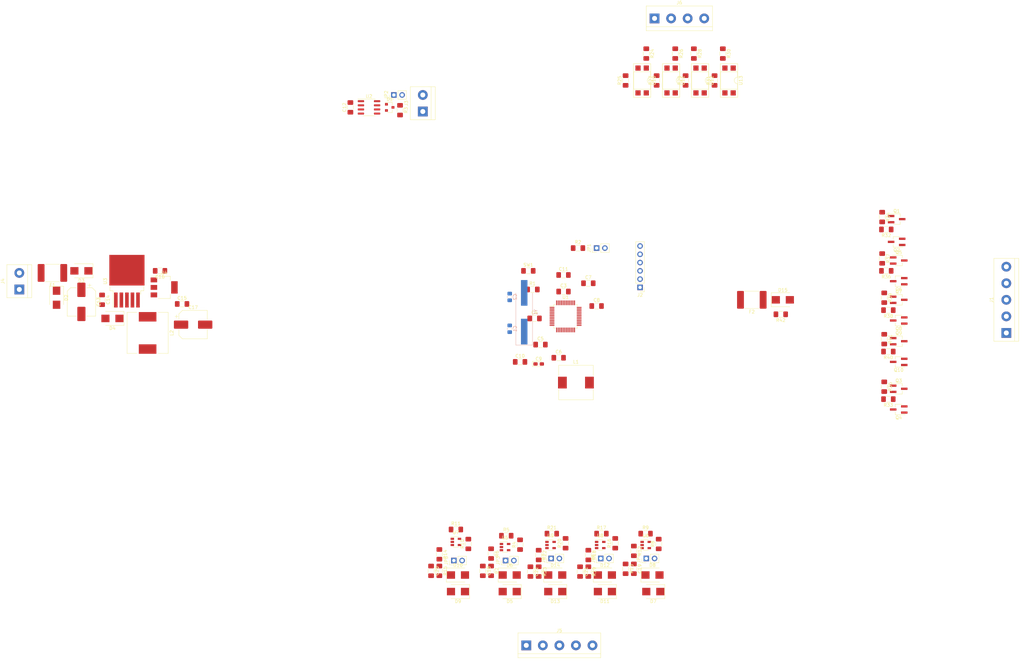
<source format=kicad_pcb>
(kicad_pcb (version 20171130) (host pcbnew "(5.1.6)-1")
  (layers (0 F.Cu signal) (31 B.Cu signal) (34 B.Paste user) (35 F.Paste user) (36 B.SilkS user) (37 F.SilkS user) (38 B.Mask user) (39 F.Mask user) (44 Edge.Cuts user))
  (net 0 "")
  (net 1 GND)
  (net 2 "Net-(C1-Pad1)")
  (net 3 "Net-(C2-Pad2)")
  (net 4 NRST)
  (net 5 "Net-(C4-Pad1)")
  (net 6 +3V3)
  (net 7 +5V)
  (net 8 "Net-(C13-Pad1)")
  (net 9 ADC_3)
  (net 10 ADC_0)
  (net 11 ADC_4)
  (net 12 ADC_1)
  (net 13 ADC_2)
  (net 14 "Net-(D2-Pad1)")
  (net 15 "Net-(D4-Pad1)")
  (net 16 ADC_IN3)
  (net 17 ADC_IN0)
  (net 18 ADC_IN4)
  (net 19 ADC_IN1)
  (net 20 ADC_IN2)
  (net 21 +BATT)
  (net 22 OUT_4)
  (net 23 OUT_3)
  (net 24 OUT_2)
  (net 25 OUT_1)
  (net 26 OUT_0)
  (net 27 SWO)
  (net 28 SWDIO)
  (net 29 SWDCLK)
  (net 30 CAN_L)
  (net 31 CAN_H)
  (net 32 zwora)
  (net 33 "Net-(JP2-Pad2)")
  (net 34 "Net-(JP3-Pad2)")
  (net 35 "Net-(JP4-Pad2)")
  (net 36 "Net-(JP5-Pad2)")
  (net 37 "Net-(JP6-Pad2)")
  (net 38 "Net-(JP7-Pad2)")
  (net 39 "Net-(Q1-Pad2)")
  (net 40 "Net-(Q1-Pad1)")
  (net 41 "Net-(Q3-Pad2)")
  (net 42 "Net-(Q3-Pad1)")
  (net 43 "Net-(Q5-Pad2)")
  (net 44 "Net-(Q5-Pad1)")
  (net 45 "Net-(Q7-Pad2)")
  (net 46 "Net-(Q7-Pad1)")
  (net 47 "Net-(Q10-Pad2)")
  (net 48 "Net-(Q9-Pad1)")
  (net 49 "Net-(R1-Pad1)")
  (net 50 "Net-(R5-Pad2)")
  (net 51 "Net-(R5-Pad1)")
  (net 52 "Net-(R9-Pad2)")
  (net 53 "Net-(R12-Pad1)")
  (net 54 "Net-(R11-Pad2)")
  (net 55 "Net-(R11-Pad1)")
  (net 56 "Net-(R17-Pad2)")
  (net 57 "Net-(R17-Pad1)")
  (net 58 "Net-(R21-Pad2)")
  (net 59 "Net-(R21-Pad1)")
  (net 60 "Net-(R24-Pad2)")
  (net 61 IN_0)
  (net 62 INPUT_0)
  (net 63 "Net-(R26-Pad2)")
  (net 64 IN_1)
  (net 65 INPUT_1)
  (net 66 "Net-(R28-Pad2)")
  (net 67 IN_2)
  (net 68 INPUT_2)
  (net 69 "Net-(R30-Pad2)")
  (net 70 IN_3)
  (net 71 INPUT_3)
  (net 72 OUTPUT_0)
  (net 73 OUTPUT_4)
  (net 74 OUTPUT_1)
  (net 75 OUTPUT_2)
  (net 76 OUTPUT_3)
  (net 77 "Net-(U1-Pad46)")
  (net 78 "Net-(U1-Pad45)")
  (net 79 "Net-(U1-Pad43)")
  (net 80 "Net-(U1-Pad42)")
  (net 81 "Net-(U1-Pad41)")
  (net 82 "Net-(U1-Pad38)")
  (net 83 CAN_TX)
  (net 84 CAN_RX)
  (net 85 "Net-(U1-Pad27)")
  (net 86 "Net-(U1-Pad26)")
  (net 87 "Net-(U1-Pad25)")
  (net 88 "Net-(U1-Pad22)")
  (net 89 "Net-(U1-Pad21)")
  (net 90 "Net-(U1-Pad15)")
  (net 91 "Net-(U1-Pad4)")
  (net 92 "Net-(U1-Pad3)")
  (net 93 "Net-(U1-Pad2)")
  (net 94 "Net-(D15-Pad1)")
  (net 95 +5VD)
  (module Resistor_SMD:R_1206_3216Metric_Pad1.42x1.75mm_HandSolder (layer F.Cu) (at 177.8 83.82 180)
    (fp_text reference R42 (at 0 -1.82) (layer F.SilkS))
    (fp_text value R)
    (pad 2 smd roundrect (at 1.4875 0 180) (size 1.425 1.75) (layers F.Cu F.Paste F.Mask) (roundrect_rratio 0.175439) (net 94 "Net-(D15-Pad1)"))
    (pad 1 smd roundrect (at -1.4875 0 180) (size 1.425 1.75) (layers F.Cu F.Paste F.Mask) (roundrect_rratio 0.175439) (net 95 +5VD))
  )
  (module Fuse:Fuse_2920_7451Metric_Pad2.10x5.45mm_HandSolder (layer F.Cu) (at 168.91 79.375 180)
    (fp_text reference F2 (at 0 -3.68) (layer F.SilkS))
    (fp_text value Fuse)
    (pad 2 smd roundrect (at 3.475 0 180) (size 2.1 5.45) (layers F.Cu F.Paste F.Mask) (roundrect_rratio 0.119048) (net 7 +5V))
    (pad 1 smd roundrect (at -3.475 0 180) (size 2.1 5.45) (layers F.Cu F.Paste F.Mask) (roundrect_rratio 0.119048) (net 94 "Net-(D15-Pad1)"))
  )
  (module Diode_SMD:D_SMB (layer F.Cu) (at 178.435 79.375)
    (fp_text reference D15 (at 0 -3) (layer F.SilkS))
    (fp_text value SM6T6V8A)
    (pad 2 smd rect (at 2.15 0) (size 2.5 2.3) (layers F.Cu F.Paste F.Mask) (net 1 GND))
    (pad 1 smd rect (at -2.15 0) (size 2.5 2.3) (layers F.Cu F.Paste F.Mask) (net 94 "Net-(D15-Pad1)"))
  )
  (module TerminalBlock:TerminalBlock_bornier-4_P5.08mm (layer F.Cu) (at 139.065 -6.985)
    (fp_text reference J6 (at 7.6 -4.8) (layer F.SilkS))
    (fp_text value Screw_Terminal_01x04)
    (pad 4 thru_hole circle (at 15.24 0) (size 3 3) (drill 1.52) (layers *.Cu *.Mask) (net 70 IN_3))
    (pad 1 thru_hole rect (at 0 0) (size 3 3) (drill 1.52) (layers *.Cu *.Mask) (net 61 IN_0))
    (pad 3 thru_hole circle (at 10.16 0) (size 3 3) (drill 1.52) (layers *.Cu *.Mask) (net 67 IN_2))
    (pad 2 thru_hole circle (at 5.08 0) (size 3 3) (drill 1.52) (layers *.Cu *.Mask) (net 64 IN_1))
  )
  (module Fuse:Fuse_2920_7451Metric_Pad2.10x5.45mm_HandSolder (layer F.Cu) (at -45.72 71.12 180)
    (fp_text reference F1 (at 0 -3.68) (layer F.SilkS))
    (fp_text value F)
    (pad 2 smd roundrect (at 3.475 0 180) (size 2.1 5.45) (layers F.Cu F.Paste F.Mask) (roundrect_rratio 0.119048) (net 21 +BATT))
    (pad 1 smd roundrect (at -3.475 0 180) (size 2.1 5.45) (layers F.Cu F.Paste F.Mask) (roundrect_rratio 0.119048) (net 14 "Net-(D2-Pad1)"))
  )
  (module TerminalBlock:TerminalBlock_bornier-5_P5.08mm (layer F.Cu) (at 99.695 185.42)
    (fp_text reference J5 (at 10.15 -4.55) (layer F.SilkS))
    (fp_text value Screw_Terminal_01x05)
    (pad 5 thru_hole circle (at 20.32 0) (size 3 3) (drill 1.52) (layers *.Cu *.Mask) (net 17 ADC_IN0))
    (pad 4 thru_hole circle (at 15.24 0) (size 3 3) (drill 1.52) (layers *.Cu *.Mask) (net 19 ADC_IN1))
    (pad 1 thru_hole rect (at 0 0) (size 3 3) (drill 1.52) (layers *.Cu *.Mask) (net 18 ADC_IN4))
    (pad 3 thru_hole circle (at 10.16 0) (size 3 3) (drill 1.52) (layers *.Cu *.Mask) (net 20 ADC_IN2))
    (pad 2 thru_hole circle (at 5.08 0) (size 3 3) (drill 1.52) (layers *.Cu *.Mask) (net 16 ADC_IN3))
  )
  (module TerminalBlock:TerminalBlock_bornier-2_P5.08mm (layer F.Cu) (at -55.88 76.2 90)
    (fp_text reference J4 (at 2.54 -5.08 90) (layer F.SilkS))
    (fp_text value Screw_Terminal_01x02)
    (pad 2 thru_hole circle (at 5.08 0 90) (size 3 3) (drill 1.52) (layers *.Cu *.Mask) (net 21 +BATT))
    (pad 1 thru_hole rect (at 0 0 90) (size 3 3) (drill 1.52) (layers *.Cu *.Mask) (net 1 GND))
  )
  (module TerminalBlock:TerminalBlock_bornier-2_P5.08mm (layer F.Cu) (at 67.945 21.59 90)
    (fp_text reference J3 (at 2.54 -5.08 90) (layer F.SilkS))
    (fp_text value Screw_Terminal_01x02)
    (pad 2 thru_hole circle (at 5.08 0 90) (size 3 3) (drill 1.52) (layers *.Cu *.Mask) (net 31 CAN_H))
    (pad 1 thru_hole rect (at 0 0 90) (size 3 3) (drill 1.52) (layers *.Cu *.Mask) (net 30 CAN_L))
  )
  (module Connector_PinHeader_2.54mm:PinHeader_1x06_P2.54mm_Vertical (layer F.Cu) (at 134.62 75.565 180)
    (fp_text reference J2 (at 0 -2.33) (layer F.SilkS))
    (fp_text value Conn_01x06_Male)
    (pad 6 thru_hole oval (at 0 12.7 180) (size 1.7 1.7) (drill 1) (layers *.Cu *.Mask) (net 27 SWO))
    (pad 5 thru_hole oval (at 0 10.16 180) (size 1.7 1.7) (drill 1) (layers *.Cu *.Mask) (net 4 NRST))
    (pad 4 thru_hole oval (at 0 7.62 180) (size 1.7 1.7) (drill 1) (layers *.Cu *.Mask) (net 28 SWDIO))
    (pad 3 thru_hole oval (at 0 5.08 180) (size 1.7 1.7) (drill 1) (layers *.Cu *.Mask) (net 1 GND))
    (pad 2 thru_hole oval (at 0 2.54 180) (size 1.7 1.7) (drill 1) (layers *.Cu *.Mask) (net 29 SWDCLK))
    (pad 1 thru_hole rect (at 0 0 180) (size 1.7 1.7) (drill 1) (layers *.Cu *.Mask) (net 6 +3V3))
  )
  (module TerminalBlock:TerminalBlock_bornier-5_P5.08mm (layer F.Cu) (at 247.015 89.535 90)
    (fp_text reference J1 (at 10.15 -4.55 90) (layer F.SilkS))
    (fp_text value Screw_Terminal_01x05)
    (pad 5 thru_hole circle (at 20.32 0 90) (size 3 3) (drill 1.52) (layers *.Cu *.Mask) (net 26 OUT_0))
    (pad 4 thru_hole circle (at 15.24 0 90) (size 3 3) (drill 1.52) (layers *.Cu *.Mask) (net 25 OUT_1))
    (pad 1 thru_hole rect (at 0 0 90) (size 3 3) (drill 1.52) (layers *.Cu *.Mask) (net 22 OUT_4))
    (pad 3 thru_hole circle (at 10.16 0 90) (size 3 3) (drill 1.52) (layers *.Cu *.Mask) (net 24 OUT_2))
    (pad 2 thru_hole circle (at 5.08 0 90) (size 3 3) (drill 1.52) (layers *.Cu *.Mask) (net 23 OUT_3))
  )
  (module Package_DIP:DIP-4_W7.62mm_SMDSocket_SmallPads (layer F.Cu) (at 161.925 12.065 270)
    (fp_text reference U13 (at 0 -3.6 90) (layer F.SilkS))
    (fp_text value EL817)
    (pad 4 smd rect (at 3.81 -1.27 270) (size 1.6 1.6) (layers F.Cu F.Paste F.Mask) (net 6 +3V3))
    (pad 2 smd rect (at -3.81 1.27 270) (size 1.6 1.6) (layers F.Cu F.Paste F.Mask) (net 1 GND))
    (pad 3 smd rect (at 3.81 1.27 270) (size 1.6 1.6) (layers F.Cu F.Paste F.Mask) (net 71 INPUT_3))
    (pad 1 smd rect (at -3.81 -1.27 270) (size 1.6 1.6) (layers F.Cu F.Paste F.Mask) (net 69 "Net-(R30-Pad2)"))
  )
  (module Package_DIP:DIP-4_W7.62mm_SMDSocket_SmallPads (layer F.Cu) (at 153.035 12.065 270)
    (fp_text reference U12 (at 0 -3.6 90) (layer F.SilkS))
    (fp_text value EL817)
    (pad 4 smd rect (at 3.81 -1.27 270) (size 1.6 1.6) (layers F.Cu F.Paste F.Mask) (net 6 +3V3))
    (pad 2 smd rect (at -3.81 1.27 270) (size 1.6 1.6) (layers F.Cu F.Paste F.Mask) (net 1 GND))
    (pad 3 smd rect (at 3.81 1.27 270) (size 1.6 1.6) (layers F.Cu F.Paste F.Mask) (net 68 INPUT_2))
    (pad 1 smd rect (at -3.81 -1.27 270) (size 1.6 1.6) (layers F.Cu F.Paste F.Mask) (net 66 "Net-(R28-Pad2)"))
  )
  (module Package_DIP:DIP-4_W7.62mm_SMDSocket_SmallPads (layer F.Cu) (at 144.145 12.065 270)
    (fp_text reference U11 (at 0 -3.6 90) (layer F.SilkS))
    (fp_text value EL817)
    (pad 4 smd rect (at 3.81 -1.27 270) (size 1.6 1.6) (layers F.Cu F.Paste F.Mask) (net 6 +3V3))
    (pad 2 smd rect (at -3.81 1.27 270) (size 1.6 1.6) (layers F.Cu F.Paste F.Mask) (net 1 GND))
    (pad 3 smd rect (at 3.81 1.27 270) (size 1.6 1.6) (layers F.Cu F.Paste F.Mask) (net 65 INPUT_1))
    (pad 1 smd rect (at -3.81 -1.27 270) (size 1.6 1.6) (layers F.Cu F.Paste F.Mask) (net 63 "Net-(R26-Pad2)"))
  )
  (module Package_DIP:DIP-4_W7.62mm_SMDSocket_SmallPads (layer F.Cu) (at 135.255 12.065 270)
    (fp_text reference U10 (at 0 -3.6 90) (layer F.SilkS))
    (fp_text value EL817)
    (pad 4 smd rect (at 3.81 -1.27 270) (size 1.6 1.6) (layers F.Cu F.Paste F.Mask) (net 6 +3V3))
    (pad 2 smd rect (at -3.81 1.27 270) (size 1.6 1.6) (layers F.Cu F.Paste F.Mask) (net 1 GND))
    (pad 3 smd rect (at 3.81 1.27 270) (size 1.6 1.6) (layers F.Cu F.Paste F.Mask) (net 62 INPUT_0))
    (pad 1 smd rect (at -3.81 -1.27 270) (size 1.6 1.6) (layers F.Cu F.Paste F.Mask) (net 60 "Net-(R24-Pad2)"))
  )
  (module Connector_PinHeader_2.54mm:PinHeader_1x02_P2.54mm_Vertical (layer F.Cu) (at 107.315 158.75 90)
    (fp_text reference JP7 (at 0 -2.33 90) (layer F.SilkS))
    (fp_text value Jumper_2_Bridged)
    (pad 2 thru_hole oval (at 0 2.54 90) (size 1.7 1.7) (drill 1) (layers *.Cu *.Mask) (net 38 "Net-(JP7-Pad2)"))
    (pad 1 thru_hole rect (at 0 0 90) (size 1.7 1.7) (drill 1) (layers *.Cu *.Mask) (net 20 ADC_IN2))
  )
  (module Connector_PinHeader_2.54mm:PinHeader_1x02_P2.54mm_Vertical (layer F.Cu) (at 122.555 158.75 90)
    (fp_text reference JP6 (at 0 -2.33 90) (layer F.SilkS))
    (fp_text value Jumper_2_Bridged)
    (pad 2 thru_hole oval (at 0 2.54 90) (size 1.7 1.7) (drill 1) (layers *.Cu *.Mask) (net 37 "Net-(JP6-Pad2)"))
    (pad 1 thru_hole rect (at 0 0 90) (size 1.7 1.7) (drill 1) (layers *.Cu *.Mask) (net 19 ADC_IN1))
  )
  (module Connector_PinHeader_2.54mm:PinHeader_1x02_P2.54mm_Vertical (layer F.Cu) (at 77.47 159.385 90)
    (fp_text reference JP5 (at 0 -2.33 90) (layer F.SilkS))
    (fp_text value Jumper_2_Bridged)
    (pad 2 thru_hole oval (at 0 2.54 90) (size 1.7 1.7) (drill 1) (layers *.Cu *.Mask) (net 36 "Net-(JP5-Pad2)"))
    (pad 1 thru_hole rect (at 0 0 90) (size 1.7 1.7) (drill 1) (layers *.Cu *.Mask) (net 18 ADC_IN4))
  )
  (module Connector_PinHeader_2.54mm:PinHeader_1x02_P2.54mm_Vertical (layer F.Cu) (at 136.525 158.75 90)
    (fp_text reference JP4 (at 0 -2.33 90) (layer F.SilkS))
    (fp_text value Jumper_2_Bridged)
    (pad 2 thru_hole oval (at 0 2.54 90) (size 1.7 1.7) (drill 1) (layers *.Cu *.Mask) (net 35 "Net-(JP4-Pad2)"))
    (pad 1 thru_hole rect (at 0 0 90) (size 1.7 1.7) (drill 1) (layers *.Cu *.Mask) (net 17 ADC_IN0))
  )
  (module Connector_PinHeader_2.54mm:PinHeader_1x02_P2.54mm_Vertical (layer F.Cu) (at 93.345 159.385 90)
    (fp_text reference JP3 (at 0 -2.33 90) (layer F.SilkS))
    (fp_text value Jumper_2_Bridged)
    (pad 2 thru_hole oval (at 0 2.54 90) (size 1.7 1.7) (drill 1) (layers *.Cu *.Mask) (net 34 "Net-(JP3-Pad2)"))
    (pad 1 thru_hole rect (at 0 0 90) (size 1.7 1.7) (drill 1) (layers *.Cu *.Mask) (net 16 ADC_IN3))
  )
  (module Connector_PinHeader_2.54mm:PinHeader_1x02_P2.54mm_Vertical (layer F.Cu) (at 59.055 16.51 90)
    (fp_text reference JP2 (at 0 -2.33 90) (layer F.SilkS))
    (fp_text value Jumper_2_Bridged)
    (pad 2 thru_hole oval (at 0 2.54 90) (size 1.7 1.7) (drill 1) (layers *.Cu *.Mask) (net 33 "Net-(JP2-Pad2)"))
    (pad 1 thru_hole rect (at 0 0 90) (size 1.7 1.7) (drill 1) (layers *.Cu *.Mask) (net 31 CAN_H))
  )
  (module Connector_PinHeader_2.54mm:PinHeader_1x02_P2.54mm_Vertical (layer F.Cu) (at 121.285 63.5 90)
    (fp_text reference JP1 (at 0 -2.33 90) (layer F.SilkS))
    (fp_text value Jumper_2_Bridged)
    (pad 2 thru_hole oval (at 0 2.54 90) (size 1.7 1.7) (drill 1) (layers *.Cu *.Mask) (net 1 GND))
    (pad 1 thru_hole rect (at 0 0 90) (size 1.7 1.7) (drill 1) (layers *.Cu *.Mask) (net 32 zwora))
  )
  (module Package_TO_SOT_SMD:SOT-23 (layer F.Cu) (at 57.785 20.32)
    (fp_text reference D1 (at 0 -2.5) (layer F.SilkS))
    (fp_text value PESD2CAN,215)
    (pad 3 smd rect (at 1 0) (size 0.9 0.8) (layers F.Cu F.Paste F.Mask) (net 1 GND))
    (pad 2 smd rect (at -1 0.95) (size 0.9 0.8) (layers F.Cu F.Paste F.Mask) (net 30 CAN_L))
    (pad 1 smd rect (at -1 -0.95) (size 0.9 0.8) (layers F.Cu F.Paste F.Mask) (net 31 CAN_H))
  )
  (module Crystal:Crystal_SMD_HC49-SD_HandSoldering (layer B.Cu) (at 99.06 83.185 90)
    (fp_text reference Y1 (at 0 3.55 270) (layer B.SilkS) (effects (justify mirror)))
    (fp_text value 16MHz)
    (pad 2 smd rect (at 5.9375 0 90) (size 7.875 2) (layers B.Cu B.Paste B.Mask) (net 3 "Net-(C2-Pad2)"))
    (pad 1 smd rect (at -5.9375 0 90) (size 7.875 2) (layers B.Cu B.Paste B.Mask) (net 2 "Net-(C1-Pad1)"))
  )
  (module Package_TO_SOT_SMD:SOT-23-5 (layer F.Cu) (at 107.145 154.62)
    (fp_text reference U9 (at 0 -2.9) (layer F.SilkS))
    (fp_text value MCP6001R)
    (pad 5 smd rect (at 1.1 -0.95) (size 1.06 0.65) (layers F.Cu F.Paste F.Mask) (net 1 GND))
    (pad 4 smd rect (at 1.1 0.95) (size 1.06 0.65) (layers F.Cu F.Paste F.Mask) (net 58 "Net-(R21-Pad2)"))
    (pad 3 smd rect (at -1.1 0.95) (size 1.06 0.65) (layers F.Cu F.Paste F.Mask) (net 20 ADC_IN2))
    (pad 2 smd rect (at -1.1 0) (size 1.06 0.65) (layers F.Cu F.Paste F.Mask) (net 7 +5V))
    (pad 1 smd rect (at -1.1 -0.95) (size 1.06 0.65) (layers F.Cu F.Paste F.Mask) (net 59 "Net-(R21-Pad1)"))
  )
  (module Package_TO_SOT_SMD:SOT-23-5 (layer F.Cu) (at 122.385 154.62)
    (fp_text reference U8 (at 0 -2.9) (layer F.SilkS))
    (fp_text value MCP6001R)
    (pad 5 smd rect (at 1.1 -0.95) (size 1.06 0.65) (layers F.Cu F.Paste F.Mask) (net 1 GND))
    (pad 4 smd rect (at 1.1 0.95) (size 1.06 0.65) (layers F.Cu F.Paste F.Mask) (net 56 "Net-(R17-Pad2)"))
    (pad 3 smd rect (at -1.1 0.95) (size 1.06 0.65) (layers F.Cu F.Paste F.Mask) (net 19 ADC_IN1))
    (pad 2 smd rect (at -1.1 0) (size 1.06 0.65) (layers F.Cu F.Paste F.Mask) (net 7 +5V))
    (pad 1 smd rect (at -1.1 -0.95) (size 1.06 0.65) (layers F.Cu F.Paste F.Mask) (net 57 "Net-(R17-Pad1)"))
  )
  (module Package_TO_SOT_SMD:SOT-23-5 (layer F.Cu) (at 78.105 153.67)
    (fp_text reference U7 (at 0 -2.9) (layer F.SilkS))
    (fp_text value MCP6001R)
    (pad 5 smd rect (at 1.1 -0.95) (size 1.06 0.65) (layers F.Cu F.Paste F.Mask) (net 1 GND))
    (pad 4 smd rect (at 1.1 0.95) (size 1.06 0.65) (layers F.Cu F.Paste F.Mask) (net 54 "Net-(R11-Pad2)"))
    (pad 3 smd rect (at -1.1 0.95) (size 1.06 0.65) (layers F.Cu F.Paste F.Mask) (net 18 ADC_IN4))
    (pad 2 smd rect (at -1.1 0) (size 1.06 0.65) (layers F.Cu F.Paste F.Mask) (net 7 +5V))
    (pad 1 smd rect (at -1.1 -0.95) (size 1.06 0.65) (layers F.Cu F.Paste F.Mask) (net 55 "Net-(R11-Pad1)"))
  )
  (module Package_TO_SOT_SMD:SOT-23-5 (layer F.Cu) (at 136.355 154.625)
    (fp_text reference U6 (at 0 -2.9) (layer F.SilkS))
    (fp_text value MCP6001R)
    (pad 5 smd rect (at 1.1 -0.95) (size 1.06 0.65) (layers F.Cu F.Paste F.Mask) (net 1 GND))
    (pad 4 smd rect (at 1.1 0.95) (size 1.06 0.65) (layers F.Cu F.Paste F.Mask) (net 52 "Net-(R9-Pad2)"))
    (pad 3 smd rect (at -1.1 0.95) (size 1.06 0.65) (layers F.Cu F.Paste F.Mask) (net 17 ADC_IN0))
    (pad 2 smd rect (at -1.1 0) (size 1.06 0.65) (layers F.Cu F.Paste F.Mask) (net 7 +5V))
    (pad 1 smd rect (at -1.1 -0.95) (size 1.06 0.65) (layers F.Cu F.Paste F.Mask) (net 53 "Net-(R12-Pad1)"))
  )
  (module Package_TO_SOT_SMD:SOT-23-5 (layer F.Cu) (at 93.175 155.255)
    (fp_text reference U5 (at 0 -2.9) (layer F.SilkS))
    (fp_text value MCP6001R)
    (pad 5 smd rect (at 1.1 -0.95) (size 1.06 0.65) (layers F.Cu F.Paste F.Mask) (net 1 GND))
    (pad 4 smd rect (at 1.1 0.95) (size 1.06 0.65) (layers F.Cu F.Paste F.Mask) (net 50 "Net-(R5-Pad2)"))
    (pad 3 smd rect (at -1.1 0.95) (size 1.06 0.65) (layers F.Cu F.Paste F.Mask) (net 16 ADC_IN3))
    (pad 2 smd rect (at -1.1 0) (size 1.06 0.65) (layers F.Cu F.Paste F.Mask) (net 7 +5V))
    (pad 1 smd rect (at -1.1 -0.95) (size 1.06 0.65) (layers F.Cu F.Paste F.Mask) (net 51 "Net-(R5-Pad1)"))
  )
  (module Package_TO_SOT_SMD:SOT-223-3_TabPin2 (layer F.Cu) (at -11.43 75.565)
    (fp_text reference U4 (at 0 -4.5) (layer F.SilkS))
    (fp_text value LD1117S33TR_SOT223)
    (pad 1 smd rect (at -3.15 -2.3) (size 2 1.5) (layers F.Cu F.Paste F.Mask) (net 1 GND))
    (pad 3 smd rect (at -3.15 2.3) (size 2 1.5) (layers F.Cu F.Paste F.Mask) (net 7 +5V))
    (pad 2 smd rect (at -3.15 0) (size 2 1.5) (layers F.Cu F.Paste F.Mask) (net 6 +3V3))
    (pad 2 smd rect (at 3.15 0) (size 2 3.8) (layers F.Cu F.Paste F.Mask) (net 6 +3V3))
  )
  (module Package_TO_SOT_SMD:TO-263-5_TabPin3 (layer F.Cu) (at -22.86 73.66 90)
    (fp_text reference U3 (at 0 -6.65 90) (layer F.SilkS))
    (fp_text value LM2596S-5)
    (pad 3 smd rect (at 3.375 0 90) (size 9.4 10.8) (layers F.Cu F.Mask) (net 1 GND))
    (pad 5 smd rect (at -5.775 3.4 90) (size 4.6 1.1) (layers F.Cu F.Paste F.Mask) (net 1 GND))
    (pad 4 smd rect (at -5.775 1.7 90) (size 4.6 1.1) (layers F.Cu F.Paste F.Mask) (net 7 +5V))
    (pad 3 smd rect (at -5.775 0 90) (size 4.6 1.1) (layers F.Cu F.Paste F.Mask) (net 1 GND))
    (pad 2 smd rect (at -5.775 -1.7 90) (size 4.6 1.1) (layers F.Cu F.Paste F.Mask) (net 15 "Net-(D4-Pad1)"))
    (pad 1 smd rect (at -5.775 -3.4 90) (size 4.6 1.1) (layers F.Cu F.Paste F.Mask) (net 8 "Net-(C13-Pad1)"))
  )
  (module Package_SO:SOIC-8_3.9x4.9mm_P1.27mm (layer F.Cu) (at 51.435 20.32)
    (fp_text reference U2 (at 0 -3.4) (layer F.SilkS))
    (fp_text value MCP2562-H-SN)
    (pad 8 smd roundrect (at 2.475 -1.905) (size 1.95 0.6) (layers F.Cu F.Paste F.Mask) (net 1 GND))
    (pad 7 smd roundrect (at 2.475 -0.635) (size 1.95 0.6) (layers F.Cu F.Paste F.Mask) (net 31 CAN_H))
    (pad 6 smd roundrect (at 2.475 0.635) (size 1.95 0.6) (layers F.Cu F.Paste F.Mask) (net 30 CAN_L))
    (pad 5 smd roundrect (at 2.475 1.905) (size 1.95 0.6) (layers F.Cu F.Paste F.Mask) (net 6 +3V3))
    (pad 4 smd roundrect (at -2.475 1.905) (size 1.95 0.6) (layers F.Cu F.Paste F.Mask) (net 84 CAN_RX))
    (pad 3 smd roundrect (at -2.475 0.635) (size 1.95 0.6) (layers F.Cu F.Paste F.Mask) (net 7 +5V))
    (pad 2 smd roundrect (at -2.475 -0.635) (size 1.95 0.6) (layers F.Cu F.Paste F.Mask) (net 1 GND))
    (pad 1 smd roundrect (at -2.475 -1.905) (size 1.95 0.6) (layers F.Cu F.Paste F.Mask) (net 83 CAN_TX))
  )
  (module Package_QFP:LQFP-48_7x7mm_P0.5mm (layer F.Cu) (at 111.76 84.455)
    (fp_text reference U1 (at 0 -5.85) (layer F.SilkS))
    (fp_text value STM32F103C8Tx)
    (pad 48 smd roundrect (at -2.75 -4.1625) (size 0.3 1.475) (layers F.Cu F.Paste F.Mask) (net 6 +3V3))
    (pad 47 smd roundrect (at -2.25 -4.1625) (size 0.3 1.475) (layers F.Cu F.Paste F.Mask) (net 1 GND))
    (pad 46 smd roundrect (at -1.75 -4.1625) (size 0.3 1.475) (layers F.Cu F.Paste F.Mask) (net 77 "Net-(U1-Pad46)"))
    (pad 45 smd roundrect (at -1.25 -4.1625) (size 0.3 1.475) (layers F.Cu F.Paste F.Mask) (net 78 "Net-(U1-Pad45)"))
    (pad 44 smd roundrect (at -0.75 -4.1625) (size 0.3 1.475) (layers F.Cu F.Paste F.Mask) (net 49 "Net-(R1-Pad1)"))
    (pad 43 smd roundrect (at -0.25 -4.1625) (size 0.3 1.475) (layers F.Cu F.Paste F.Mask) (net 79 "Net-(U1-Pad43)"))
    (pad 42 smd roundrect (at 0.25 -4.1625) (size 0.3 1.475) (layers F.Cu F.Paste F.Mask) (net 80 "Net-(U1-Pad42)"))
    (pad 41 smd roundrect (at 0.75 -4.1625) (size 0.3 1.475) (layers F.Cu F.Paste F.Mask) (net 81 "Net-(U1-Pad41)"))
    (pad 40 smd roundrect (at 1.25 -4.1625) (size 0.3 1.475) (layers F.Cu F.Paste F.Mask) (net 71 INPUT_3))
    (pad 39 smd roundrect (at 1.75 -4.1625) (size 0.3 1.475) (layers F.Cu F.Paste F.Mask) (net 27 SWO))
    (pad 38 smd roundrect (at 2.25 -4.1625) (size 0.3 1.475) (layers F.Cu F.Paste F.Mask) (net 82 "Net-(U1-Pad38)"))
    (pad 37 smd roundrect (at 2.75 -4.1625) (size 0.3 1.475) (layers F.Cu F.Paste F.Mask) (net 29 SWDCLK))
    (pad 36 smd roundrect (at 4.1625 -2.75) (size 1.475 0.3) (layers F.Cu F.Paste F.Mask) (net 6 +3V3))
    (pad 35 smd roundrect (at 4.1625 -2.25) (size 1.475 0.3) (layers F.Cu F.Paste F.Mask) (net 1 GND))
    (pad 34 smd roundrect (at 4.1625 -1.75) (size 1.475 0.3) (layers F.Cu F.Paste F.Mask) (net 28 SWDIO))
    (pad 33 smd roundrect (at 4.1625 -1.25) (size 1.475 0.3) (layers F.Cu F.Paste F.Mask) (net 83 CAN_TX))
    (pad 32 smd roundrect (at 4.1625 -0.75) (size 1.475 0.3) (layers F.Cu F.Paste F.Mask) (net 84 CAN_RX))
    (pad 31 smd roundrect (at 4.1625 -0.25) (size 1.475 0.3) (layers F.Cu F.Paste F.Mask) (net 73 OUTPUT_4))
    (pad 30 smd roundrect (at 4.1625 0.25) (size 1.475 0.3) (layers F.Cu F.Paste F.Mask) (net 76 OUTPUT_3))
    (pad 29 smd roundrect (at 4.1625 0.75) (size 1.475 0.3) (layers F.Cu F.Paste F.Mask) (net 75 OUTPUT_2))
    (pad 28 smd roundrect (at 4.1625 1.25) (size 1.475 0.3) (layers F.Cu F.Paste F.Mask) (net 32 zwora))
    (pad 27 smd roundrect (at 4.1625 1.75) (size 1.475 0.3) (layers F.Cu F.Paste F.Mask) (net 85 "Net-(U1-Pad27)"))
    (pad 26 smd roundrect (at 4.1625 2.25) (size 1.475 0.3) (layers F.Cu F.Paste F.Mask) (net 86 "Net-(U1-Pad26)"))
    (pad 25 smd roundrect (at 4.1625 2.75) (size 1.475 0.3) (layers F.Cu F.Paste F.Mask) (net 87 "Net-(U1-Pad25)"))
    (pad 24 smd roundrect (at 2.75 4.1625) (size 0.3 1.475) (layers F.Cu F.Paste F.Mask) (net 6 +3V3))
    (pad 23 smd roundrect (at 2.25 4.1625) (size 0.3 1.475) (layers F.Cu F.Paste F.Mask) (net 1 GND))
    (pad 22 smd roundrect (at 1.75 4.1625) (size 0.3 1.475) (layers F.Cu F.Paste F.Mask) (net 88 "Net-(U1-Pad22)"))
    (pad 21 smd roundrect (at 1.25 4.1625) (size 0.3 1.475) (layers F.Cu F.Paste F.Mask) (net 89 "Net-(U1-Pad21)"))
    (pad 20 smd roundrect (at 0.75 4.1625) (size 0.3 1.475) (layers F.Cu F.Paste F.Mask) (net 68 INPUT_2))
    (pad 19 smd roundrect (at 0.25 4.1625) (size 0.3 1.475) (layers F.Cu F.Paste F.Mask) (net 65 INPUT_1))
    (pad 18 smd roundrect (at -0.25 4.1625) (size 0.3 1.475) (layers F.Cu F.Paste F.Mask) (net 62 INPUT_0))
    (pad 17 smd roundrect (at -0.75 4.1625) (size 0.3 1.475) (layers F.Cu F.Paste F.Mask) (net 74 OUTPUT_1))
    (pad 16 smd roundrect (at -1.25 4.1625) (size 0.3 1.475) (layers F.Cu F.Paste F.Mask) (net 72 OUTPUT_0))
    (pad 15 smd roundrect (at -1.75 4.1625) (size 0.3 1.475) (layers F.Cu F.Paste F.Mask) (net 90 "Net-(U1-Pad15)"))
    (pad 14 smd roundrect (at -2.25 4.1625) (size 0.3 1.475) (layers F.Cu F.Paste F.Mask) (net 11 ADC_4))
    (pad 13 smd roundrect (at -2.75 4.1625) (size 0.3 1.475) (layers F.Cu F.Paste F.Mask) (net 9 ADC_3))
    (pad 12 smd roundrect (at -4.1625 2.75) (size 1.475 0.3) (layers F.Cu F.Paste F.Mask) (net 13 ADC_2))
    (pad 11 smd roundrect (at -4.1625 2.25) (size 1.475 0.3) (layers F.Cu F.Paste F.Mask) (net 12 ADC_1))
    (pad 10 smd roundrect (at -4.1625 1.75) (size 1.475 0.3) (layers F.Cu F.Paste F.Mask) (net 10 ADC_0))
    (pad 9 smd roundrect (at -4.1625 1.25) (size 1.475 0.3) (layers F.Cu F.Paste F.Mask) (net 5 "Net-(C4-Pad1)"))
    (pad 8 smd roundrect (at -4.1625 0.75) (size 1.475 0.3) (layers F.Cu F.Paste F.Mask) (net 1 GND))
    (pad 7 smd roundrect (at -4.1625 0.25) (size 1.475 0.3) (layers F.Cu F.Paste F.Mask) (net 4 NRST))
    (pad 6 smd roundrect (at -4.1625 -0.25) (size 1.475 0.3) (layers F.Cu F.Paste F.Mask) (net 3 "Net-(C2-Pad2)"))
    (pad 5 smd roundrect (at -4.1625 -0.75) (size 1.475 0.3) (layers F.Cu F.Paste F.Mask) (net 2 "Net-(C1-Pad1)"))
    (pad 4 smd roundrect (at -4.1625 -1.25) (size 1.475 0.3) (layers F.Cu F.Paste F.Mask) (net 91 "Net-(U1-Pad4)"))
    (pad 3 smd roundrect (at -4.1625 -1.75) (size 1.475 0.3) (layers F.Cu F.Paste F.Mask) (net 92 "Net-(U1-Pad3)"))
    (pad 2 smd roundrect (at -4.1625 -2.25) (size 1.475 0.3) (layers F.Cu F.Paste F.Mask) (net 93 "Net-(U1-Pad2)"))
    (pad 1 smd roundrect (at -4.1625 -2.75) (size 1.475 0.3) (layers F.Cu F.Paste F.Mask) (net 6 +3V3))
  )
  (module Resistor_SMD:R_1206_3216Metric_Pad1.42x1.75mm_HandSolder (layer F.Cu) (at 100.33 70.485)
    (fp_text reference SW1 (at 0 -1.82) (layer F.SilkS))
    (fp_text value SW_Push)
    (pad 2 smd roundrect (at 1.4875 0) (size 1.425 1.75) (layers F.Cu F.Paste F.Mask) (roundrect_rratio 0.175439) (net 4 NRST))
    (pad 1 smd roundrect (at -1.4875 0) (size 1.425 1.75) (layers F.Cu F.Paste F.Mask) (roundrect_rratio 0.175439) (net 1 GND))
  )
  (module Resistor_SMD:R_1206_3216Metric_Pad1.42x1.75mm_HandSolder (layer F.Cu) (at 209.55 91.44 270)
    (fp_text reference R41 (at 0 -1.82 90) (layer F.SilkS))
    (fp_text value R)
    (pad 2 smd roundrect (at 1.4875 0 270) (size 1.425 1.75) (layers F.Cu F.Paste F.Mask) (roundrect_rratio 0.175439) (net 48 "Net-(Q9-Pad1)"))
    (pad 1 smd roundrect (at -1.4875 0 270) (size 1.425 1.75) (layers F.Cu F.Paste F.Mask) (roundrect_rratio 0.175439) (net 95 +5VD))
  )
  (module Resistor_SMD:R_1206_3216Metric_Pad1.42x1.75mm_HandSolder (layer F.Cu) (at 210.82 95.25 180)
    (fp_text reference R40 (at 0 -1.82) (layer F.SilkS))
    (fp_text value R)
    (pad 2 smd roundrect (at 1.4875 0 180) (size 1.425 1.75) (layers F.Cu F.Paste F.Mask) (roundrect_rratio 0.175439) (net 76 OUTPUT_3))
    (pad 1 smd roundrect (at -1.4875 0 180) (size 1.425 1.75) (layers F.Cu F.Paste F.Mask) (roundrect_rratio 0.175439) (net 47 "Net-(Q10-Pad2)"))
  )
  (module Resistor_SMD:R_1206_3216Metric_Pad1.42x1.75mm_HandSolder (layer F.Cu) (at 209.55 78.74 270)
    (fp_text reference R39 (at 0 -1.82 90) (layer F.SilkS))
    (fp_text value R)
    (pad 2 smd roundrect (at 1.4875 0 270) (size 1.425 1.75) (layers F.Cu F.Paste F.Mask) (roundrect_rratio 0.175439) (net 46 "Net-(Q7-Pad1)"))
    (pad 1 smd roundrect (at -1.4875 0 270) (size 1.425 1.75) (layers F.Cu F.Paste F.Mask) (roundrect_rratio 0.175439) (net 95 +5VD))
  )
  (module Resistor_SMD:R_1206_3216Metric_Pad1.42x1.75mm_HandSolder (layer F.Cu) (at 210.82 82.55 180)
    (fp_text reference R38 (at 0 -1.82) (layer F.SilkS))
    (fp_text value R)
    (pad 2 smd roundrect (at 1.4875 0 180) (size 1.425 1.75) (layers F.Cu F.Paste F.Mask) (roundrect_rratio 0.175439) (net 75 OUTPUT_2))
    (pad 1 smd roundrect (at -1.4875 0 180) (size 1.425 1.75) (layers F.Cu F.Paste F.Mask) (roundrect_rratio 0.175439) (net 45 "Net-(Q7-Pad2)"))
  )
  (module Resistor_SMD:R_1206_3216Metric_Pad1.42x1.75mm_HandSolder (layer F.Cu) (at 208.915 66.675 270)
    (fp_text reference R37 (at 0 -1.82 90) (layer F.SilkS))
    (fp_text value R)
    (pad 2 smd roundrect (at 1.4875 0 270) (size 1.425 1.75) (layers F.Cu F.Paste F.Mask) (roundrect_rratio 0.175439) (net 44 "Net-(Q5-Pad1)"))
    (pad 1 smd roundrect (at -1.4875 0 270) (size 1.425 1.75) (layers F.Cu F.Paste F.Mask) (roundrect_rratio 0.175439) (net 95 +5VD))
  )
  (module Resistor_SMD:R_1206_3216Metric_Pad1.42x1.75mm_HandSolder (layer F.Cu) (at 210.185 70.485 180)
    (fp_text reference R36 (at 0 -1.82) (layer F.SilkS))
    (fp_text value R)
    (pad 2 smd roundrect (at 1.4875 0 180) (size 1.425 1.75) (layers F.Cu F.Paste F.Mask) (roundrect_rratio 0.175439) (net 74 OUTPUT_1))
    (pad 1 smd roundrect (at -1.4875 0 180) (size 1.425 1.75) (layers F.Cu F.Paste F.Mask) (roundrect_rratio 0.175439) (net 43 "Net-(Q5-Pad2)"))
  )
  (module Resistor_SMD:R_1206_3216Metric_Pad1.42x1.75mm_HandSolder (layer F.Cu) (at 209.55 106.045 270)
    (fp_text reference R35 (at 0 -1.82 90) (layer F.SilkS))
    (fp_text value R)
    (pad 2 smd roundrect (at 1.4875 0 270) (size 1.425 1.75) (layers F.Cu F.Paste F.Mask) (roundrect_rratio 0.175439) (net 42 "Net-(Q3-Pad1)"))
    (pad 1 smd roundrect (at -1.4875 0 270) (size 1.425 1.75) (layers F.Cu F.Paste F.Mask) (roundrect_rratio 0.175439) (net 95 +5VD))
  )
  (module Resistor_SMD:R_1206_3216Metric_Pad1.42x1.75mm_HandSolder (layer F.Cu) (at 208.915 53.975 270)
    (fp_text reference R34 (at 0 -1.82 90) (layer F.SilkS))
    (fp_text value R)
    (pad 2 smd roundrect (at 1.4875 0 270) (size 1.425 1.75) (layers F.Cu F.Paste F.Mask) (roundrect_rratio 0.175439) (net 40 "Net-(Q1-Pad1)"))
    (pad 1 smd roundrect (at -1.4875 0 270) (size 1.425 1.75) (layers F.Cu F.Paste F.Mask) (roundrect_rratio 0.175439) (net 95 +5VD))
  )
  (module Resistor_SMD:R_1206_3216Metric_Pad1.42x1.75mm_HandSolder (layer F.Cu) (at 210.82 109.855 180)
    (fp_text reference R33 (at 0 -1.82) (layer F.SilkS))
    (fp_text value R)
    (pad 2 smd roundrect (at 1.4875 0 180) (size 1.425 1.75) (layers F.Cu F.Paste F.Mask) (roundrect_rratio 0.175439) (net 73 OUTPUT_4))
    (pad 1 smd roundrect (at -1.4875 0 180) (size 1.425 1.75) (layers F.Cu F.Paste F.Mask) (roundrect_rratio 0.175439) (net 41 "Net-(Q3-Pad2)"))
  )
  (module Resistor_SMD:R_1206_3216Metric_Pad1.42x1.75mm_HandSolder (layer F.Cu) (at 210.185 57.785 180)
    (fp_text reference R32 (at 0 -1.82) (layer F.SilkS))
    (fp_text value R)
    (pad 2 smd roundrect (at 1.4875 0 180) (size 1.425 1.75) (layers F.Cu F.Paste F.Mask) (roundrect_rratio 0.175439) (net 72 OUTPUT_0))
    (pad 1 smd roundrect (at -1.4875 0 180) (size 1.425 1.75) (layers F.Cu F.Paste F.Mask) (roundrect_rratio 0.175439) (net 39 "Net-(Q1-Pad2)"))
  )
  (module Resistor_SMD:R_1206_3216Metric_Pad1.42x1.75mm_HandSolder (layer F.Cu) (at 157.48 12.065 90)
    (fp_text reference R31 (at 0 -1.82 90) (layer F.SilkS))
    (fp_text value R)
    (pad 2 smd roundrect (at 1.4875 0 90) (size 1.425 1.75) (layers F.Cu F.Paste F.Mask) (roundrect_rratio 0.175439) (net 1 GND))
    (pad 1 smd roundrect (at -1.4875 0 90) (size 1.425 1.75) (layers F.Cu F.Paste F.Mask) (roundrect_rratio 0.175439) (net 71 INPUT_3))
  )
  (module Resistor_SMD:R_1206_3216Metric_Pad1.42x1.75mm_HandSolder (layer F.Cu) (at 160.02 3.81 270)
    (fp_text reference R30 (at 0 -1.82 90) (layer F.SilkS))
    (fp_text value R)
    (pad 2 smd roundrect (at 1.4875 0 270) (size 1.425 1.75) (layers F.Cu F.Paste F.Mask) (roundrect_rratio 0.175439) (net 69 "Net-(R30-Pad2)"))
    (pad 1 smd roundrect (at -1.4875 0 270) (size 1.425 1.75) (layers F.Cu F.Paste F.Mask) (roundrect_rratio 0.175439) (net 70 IN_3))
  )
  (module Resistor_SMD:R_1206_3216Metric_Pad1.42x1.75mm_HandSolder (layer F.Cu) (at 148.59 12.065 90)
    (fp_text reference R29 (at 0 -1.82 90) (layer F.SilkS))
    (fp_text value R)
    (pad 2 smd roundrect (at 1.4875 0 90) (size 1.425 1.75) (layers F.Cu F.Paste F.Mask) (roundrect_rratio 0.175439) (net 1 GND))
    (pad 1 smd roundrect (at -1.4875 0 90) (size 1.425 1.75) (layers F.Cu F.Paste F.Mask) (roundrect_rratio 0.175439) (net 68 INPUT_2))
  )
  (module Resistor_SMD:R_1206_3216Metric_Pad1.42x1.75mm_HandSolder (layer F.Cu) (at 151.13 3.81 270)
    (fp_text reference R28 (at 0 -1.82 90) (layer F.SilkS))
    (fp_text value R)
    (pad 2 smd roundrect (at 1.4875 0 270) (size 1.425 1.75) (layers F.Cu F.Paste F.Mask) (roundrect_rratio 0.175439) (net 66 "Net-(R28-Pad2)"))
    (pad 1 smd roundrect (at -1.4875 0 270) (size 1.425 1.75) (layers F.Cu F.Paste F.Mask) (roundrect_rratio 0.175439) (net 67 IN_2))
  )
  (module Resistor_SMD:R_1206_3216Metric_Pad1.42x1.75mm_HandSolder (layer F.Cu) (at 139.7 12.065 90)
    (fp_text reference R27 (at 0 -1.82 90) (layer F.SilkS))
    (fp_text value R)
    (pad 2 smd roundrect (at 1.4875 0 90) (size 1.425 1.75) (layers F.Cu F.Paste F.Mask) (roundrect_rratio 0.175439) (net 1 GND))
    (pad 1 smd roundrect (at -1.4875 0 90) (size 1.425 1.75) (layers F.Cu F.Paste F.Mask) (roundrect_rratio 0.175439) (net 65 INPUT_1))
  )
  (module Resistor_SMD:R_1206_3216Metric_Pad1.42x1.75mm_HandSolder (layer F.Cu) (at 145.415 3.81 270)
    (fp_text reference R26 (at 0 -1.82 90) (layer F.SilkS))
    (fp_text value R)
    (pad 2 smd roundrect (at 1.4875 0 270) (size 1.425 1.75) (layers F.Cu F.Paste F.Mask) (roundrect_rratio 0.175439) (net 63 "Net-(R26-Pad2)"))
    (pad 1 smd roundrect (at -1.4875 0 270) (size 1.425 1.75) (layers F.Cu F.Paste F.Mask) (roundrect_rratio 0.175439) (net 64 IN_1))
  )
  (module Resistor_SMD:R_1206_3216Metric_Pad1.42x1.75mm_HandSolder (layer F.Cu) (at 130.175 12.065 90)
    (fp_text reference R25 (at 0 -1.82 90) (layer F.SilkS))
    (fp_text value R)
    (pad 2 smd roundrect (at 1.4875 0 90) (size 1.425 1.75) (layers F.Cu F.Paste F.Mask) (roundrect_rratio 0.175439) (net 1 GND))
    (pad 1 smd roundrect (at -1.4875 0 90) (size 1.425 1.75) (layers F.Cu F.Paste F.Mask) (roundrect_rratio 0.175439) (net 62 INPUT_0))
  )
  (module Resistor_SMD:R_1206_3216Metric_Pad1.42x1.75mm_HandSolder (layer F.Cu) (at 136.525 3.81 270)
    (fp_text reference R24 (at 0 -1.82 90) (layer F.SilkS))
    (fp_text value R)
    (pad 2 smd roundrect (at 1.4875 0 270) (size 1.425 1.75) (layers F.Cu F.Paste F.Mask) (roundrect_rratio 0.175439) (net 60 "Net-(R24-Pad2)"))
    (pad 1 smd roundrect (at -1.4875 0 270) (size 1.425 1.75) (layers F.Cu F.Paste F.Mask) (roundrect_rratio 0.175439) (net 61 IN_0))
  )
  (module Resistor_SMD:R_1206_3216Metric_Pad1.42x1.75mm_HandSolder (layer F.Cu) (at 103.505 162.7775 270)
    (fp_text reference R23 (at 0 -1.82 90) (layer F.SilkS))
    (fp_text value R)
    (pad 2 smd roundrect (at 1.4875 0 270) (size 1.425 1.75) (layers F.Cu F.Paste F.Mask) (roundrect_rratio 0.175439) (net 1 GND))
    (pad 1 smd roundrect (at -1.4875 0 270) (size 1.425 1.75) (layers F.Cu F.Paste F.Mask) (roundrect_rratio 0.175439) (net 13 ADC_2))
  )
  (module Resistor_SMD:R_1206_3216Metric_Pad1.42x1.75mm_HandSolder (layer F.Cu) (at 103.505 157.6975 270)
    (fp_text reference R22 (at 0 -1.82 90) (layer F.SilkS))
    (fp_text value R)
    (pad 2 smd roundrect (at 1.4875 0 270) (size 1.425 1.75) (layers F.Cu F.Paste F.Mask) (roundrect_rratio 0.175439) (net 13 ADC_2))
    (pad 1 smd roundrect (at -1.4875 0 270) (size 1.425 1.75) (layers F.Cu F.Paste F.Mask) (roundrect_rratio 0.175439) (net 59 "Net-(R21-Pad1)"))
  )
  (module Resistor_SMD:R_1206_3216Metric_Pad1.42x1.75mm_HandSolder (layer F.Cu) (at 107.5325 151.13)
    (fp_text reference R21 (at 0 -1.82) (layer F.SilkS))
    (fp_text value R)
    (pad 2 smd roundrect (at 1.4875 0) (size 1.425 1.75) (layers F.Cu F.Paste F.Mask) (roundrect_rratio 0.175439) (net 58 "Net-(R21-Pad2)"))
    (pad 1 smd roundrect (at -1.4875 0) (size 1.425 1.75) (layers F.Cu F.Paste F.Mask) (roundrect_rratio 0.175439) (net 59 "Net-(R21-Pad1)"))
  )
  (module Resistor_SMD:R_1206_3216Metric_Pad1.42x1.75mm_HandSolder (layer F.Cu) (at 111.76 154.0875 90)
    (fp_text reference R20 (at 0 -1.82 90) (layer F.SilkS))
    (fp_text value "10k Ohm")
    (pad 2 smd roundrect (at 1.4875 0 90) (size 1.425 1.75) (layers F.Cu F.Paste F.Mask) (roundrect_rratio 0.175439) (net 1 GND))
    (pad 1 smd roundrect (at -1.4875 0 90) (size 1.425 1.75) (layers F.Cu F.Paste F.Mask) (roundrect_rratio 0.175439) (net 38 "Net-(JP7-Pad2)"))
  )
  (module Resistor_SMD:R_1206_3216Metric_Pad1.42x1.75mm_HandSolder (layer F.Cu) (at 118.745 162.7775 270)
    (fp_text reference R19 (at 0 -1.82 90) (layer F.SilkS))
    (fp_text value R)
    (pad 2 smd roundrect (at 1.4875 0 270) (size 1.425 1.75) (layers F.Cu F.Paste F.Mask) (roundrect_rratio 0.175439) (net 1 GND))
    (pad 1 smd roundrect (at -1.4875 0 270) (size 1.425 1.75) (layers F.Cu F.Paste F.Mask) (roundrect_rratio 0.175439) (net 12 ADC_1))
  )
  (module Resistor_SMD:R_1206_3216Metric_Pad1.42x1.75mm_HandSolder (layer F.Cu) (at 118.745 157.6975 270)
    (fp_text reference R18 (at 0 -1.82 90) (layer F.SilkS))
    (fp_text value R)
    (pad 2 smd roundrect (at 1.4875 0 270) (size 1.425 1.75) (layers F.Cu F.Paste F.Mask) (roundrect_rratio 0.175439) (net 12 ADC_1))
    (pad 1 smd roundrect (at -1.4875 0 270) (size 1.425 1.75) (layers F.Cu F.Paste F.Mask) (roundrect_rratio 0.175439) (net 57 "Net-(R17-Pad1)"))
  )
  (module Resistor_SMD:R_1206_3216Metric_Pad1.42x1.75mm_HandSolder (layer F.Cu) (at 122.7725 151.13)
    (fp_text reference R17 (at 0 -1.82) (layer F.SilkS))
    (fp_text value R)
    (pad 2 smd roundrect (at 1.4875 0) (size 1.425 1.75) (layers F.Cu F.Paste F.Mask) (roundrect_rratio 0.175439) (net 56 "Net-(R17-Pad2)"))
    (pad 1 smd roundrect (at -1.4875 0) (size 1.425 1.75) (layers F.Cu F.Paste F.Mask) (roundrect_rratio 0.175439) (net 57 "Net-(R17-Pad1)"))
  )
  (module Resistor_SMD:R_1206_3216Metric_Pad1.42x1.75mm_HandSolder (layer F.Cu) (at 127 154.0875 90)
    (fp_text reference R16 (at 0 -1.82 90) (layer F.SilkS))
    (fp_text value "10k Ohm")
    (pad 2 smd roundrect (at 1.4875 0 90) (size 1.425 1.75) (layers F.Cu F.Paste F.Mask) (roundrect_rratio 0.175439) (net 1 GND))
    (pad 1 smd roundrect (at -1.4875 0 90) (size 1.425 1.75) (layers F.Cu F.Paste F.Mask) (roundrect_rratio 0.175439) (net 37 "Net-(JP6-Pad2)"))
  )
  (module Resistor_SMD:R_1206_3216Metric_Pad1.42x1.75mm_HandSolder (layer F.Cu) (at 73.025 162.56 270)
    (fp_text reference R15 (at 0 -1.82 90) (layer F.SilkS))
    (fp_text value R)
    (pad 2 smd roundrect (at 1.4875 0 270) (size 1.425 1.75) (layers F.Cu F.Paste F.Mask) (roundrect_rratio 0.175439) (net 1 GND))
    (pad 1 smd roundrect (at -1.4875 0 270) (size 1.425 1.75) (layers F.Cu F.Paste F.Mask) (roundrect_rratio 0.175439) (net 11 ADC_4))
  )
  (module Resistor_SMD:R_1206_3216Metric_Pad1.42x1.75mm_HandSolder (layer F.Cu) (at 73.025 157.48 270)
    (fp_text reference R14 (at 0 -1.82 90) (layer F.SilkS))
    (fp_text value R)
    (pad 2 smd roundrect (at 1.4875 0 270) (size 1.425 1.75) (layers F.Cu F.Paste F.Mask) (roundrect_rratio 0.175439) (net 11 ADC_4))
    (pad 1 smd roundrect (at -1.4875 0 270) (size 1.425 1.75) (layers F.Cu F.Paste F.Mask) (roundrect_rratio 0.175439) (net 55 "Net-(R11-Pad1)"))
  )
  (module Resistor_SMD:R_1206_3216Metric_Pad1.42x1.75mm_HandSolder (layer F.Cu) (at 130.175 161.925 270)
    (fp_text reference R13 (at 0 -1.82 90) (layer F.SilkS))
    (fp_text value R)
    (pad 2 smd roundrect (at 1.4875 0 270) (size 1.425 1.75) (layers F.Cu F.Paste F.Mask) (roundrect_rratio 0.175439) (net 1 GND))
    (pad 1 smd roundrect (at -1.4875 0 270) (size 1.425 1.75) (layers F.Cu F.Paste F.Mask) (roundrect_rratio 0.175439) (net 10 ADC_0))
  )
  (module Resistor_SMD:R_1206_3216Metric_Pad1.42x1.75mm_HandSolder (layer F.Cu) (at 132.715 156.4275 270)
    (fp_text reference R12 (at 0 -1.82 90) (layer F.SilkS))
    (fp_text value R)
    (pad 2 smd roundrect (at 1.4875 0 270) (size 1.425 1.75) (layers F.Cu F.Paste F.Mask) (roundrect_rratio 0.175439) (net 10 ADC_0))
    (pad 1 smd roundrect (at -1.4875 0 270) (size 1.425 1.75) (layers F.Cu F.Paste F.Mask) (roundrect_rratio 0.175439) (net 53 "Net-(R12-Pad1)"))
  )
  (module Resistor_SMD:R_1206_3216Metric_Pad1.42x1.75mm_HandSolder (layer F.Cu) (at 78.105 149.86)
    (fp_text reference R11 (at 0 -1.82) (layer F.SilkS))
    (fp_text value R)
    (pad 2 smd roundrect (at 1.4875 0) (size 1.425 1.75) (layers F.Cu F.Paste F.Mask) (roundrect_rratio 0.175439) (net 54 "Net-(R11-Pad2)"))
    (pad 1 smd roundrect (at -1.4875 0) (size 1.425 1.75) (layers F.Cu F.Paste F.Mask) (roundrect_rratio 0.175439) (net 55 "Net-(R11-Pad1)"))
  )
  (module Resistor_SMD:R_1206_3216Metric_Pad1.42x1.75mm_HandSolder (layer F.Cu) (at 81.915 154.305 90)
    (fp_text reference R10 (at 0 -1.82 90) (layer F.SilkS))
    (fp_text value "10k Ohm")
    (pad 2 smd roundrect (at 1.4875 0 90) (size 1.425 1.75) (layers F.Cu F.Paste F.Mask) (roundrect_rratio 0.175439) (net 1 GND))
    (pad 1 smd roundrect (at -1.4875 0 90) (size 1.425 1.75) (layers F.Cu F.Paste F.Mask) (roundrect_rratio 0.175439) (net 36 "Net-(JP5-Pad2)"))
  )
  (module Resistor_SMD:R_1206_3216Metric_Pad1.42x1.75mm_HandSolder (layer F.Cu) (at 136.3075 151.13)
    (fp_text reference R9 (at 0 -1.82) (layer F.SilkS))
    (fp_text value R)
    (pad 2 smd roundrect (at 1.4875 0) (size 1.425 1.75) (layers F.Cu F.Paste F.Mask) (roundrect_rratio 0.175439) (net 52 "Net-(R9-Pad2)"))
    (pad 1 smd roundrect (at -1.4875 0) (size 1.425 1.75) (layers F.Cu F.Paste F.Mask) (roundrect_rratio 0.175439) (net 53 "Net-(R12-Pad1)"))
  )
  (module Resistor_SMD:R_1206_3216Metric_Pad1.42x1.75mm_HandSolder (layer F.Cu) (at 140.335 154.305 90)
    (fp_text reference R8 (at 0 -1.82 90) (layer F.SilkS))
    (fp_text value "10k Ohm")
    (pad 2 smd roundrect (at 1.4875 0 90) (size 1.425 1.75) (layers F.Cu F.Paste F.Mask) (roundrect_rratio 0.175439) (net 1 GND))
    (pad 1 smd roundrect (at -1.4875 0 90) (size 1.425 1.75) (layers F.Cu F.Paste F.Mask) (roundrect_rratio 0.175439) (net 35 "Net-(JP4-Pad2)"))
  )
  (module Resistor_SMD:R_1206_3216Metric_Pad1.42x1.75mm_HandSolder (layer F.Cu) (at 88.9 162.56 270)
    (fp_text reference R7 (at 0 -1.82 90) (layer F.SilkS))
    (fp_text value R)
    (pad 2 smd roundrect (at 1.4875 0 270) (size 1.425 1.75) (layers F.Cu F.Paste F.Mask) (roundrect_rratio 0.175439) (net 1 GND))
    (pad 1 smd roundrect (at -1.4875 0 270) (size 1.425 1.75) (layers F.Cu F.Paste F.Mask) (roundrect_rratio 0.175439) (net 9 ADC_3))
  )
  (module Resistor_SMD:R_1206_3216Metric_Pad1.42x1.75mm_HandSolder (layer F.Cu) (at 88.9 157.2625 270)
    (fp_text reference R6 (at 0 -1.82 90) (layer F.SilkS))
    (fp_text value R)
    (pad 2 smd roundrect (at 1.4875 0 270) (size 1.425 1.75) (layers F.Cu F.Paste F.Mask) (roundrect_rratio 0.175439) (net 9 ADC_3))
    (pad 1 smd roundrect (at -1.4875 0 270) (size 1.425 1.75) (layers F.Cu F.Paste F.Mask) (roundrect_rratio 0.175439) (net 51 "Net-(R5-Pad1)"))
  )
  (module Resistor_SMD:R_1206_3216Metric_Pad1.42x1.75mm_HandSolder (layer F.Cu) (at 93.5625 151.765)
    (fp_text reference R5 (at 0 -1.82) (layer F.SilkS))
    (fp_text value R)
    (pad 2 smd roundrect (at 1.4875 0) (size 1.425 1.75) (layers F.Cu F.Paste F.Mask) (roundrect_rratio 0.175439) (net 50 "Net-(R5-Pad2)"))
    (pad 1 smd roundrect (at -1.4875 0) (size 1.425 1.75) (layers F.Cu F.Paste F.Mask) (roundrect_rratio 0.175439) (net 51 "Net-(R5-Pad1)"))
  )
  (module Resistor_SMD:R_1206_3216Metric_Pad1.42x1.75mm_HandSolder (layer F.Cu) (at 97.79 154.5225 90)
    (fp_text reference R4 (at 0 -1.82 90) (layer F.SilkS))
    (fp_text value "10k Ohm")
    (pad 2 smd roundrect (at 1.4875 0 90) (size 1.425 1.75) (layers F.Cu F.Paste F.Mask) (roundrect_rratio 0.175439) (net 1 GND))
    (pad 1 smd roundrect (at -1.4875 0 90) (size 1.425 1.75) (layers F.Cu F.Paste F.Mask) (roundrect_rratio 0.175439) (net 34 "Net-(JP3-Pad2)"))
  )
  (module Resistor_SMD:R_1206_3216Metric_Pad1.42x1.75mm_HandSolder (layer F.Cu) (at 60.96 21.1725 270)
    (fp_text reference R3 (at 0 -1.82 90) (layer F.SilkS))
    (fp_text value "120 Ohm")
    (pad 2 smd roundrect (at 1.4875 0 270) (size 1.425 1.75) (layers F.Cu F.Paste F.Mask) (roundrect_rratio 0.175439) (net 30 CAN_L))
    (pad 1 smd roundrect (at -1.4875 0 270) (size 1.425 1.75) (layers F.Cu F.Paste F.Mask) (roundrect_rratio 0.175439) (net 33 "Net-(JP2-Pad2)"))
  )
  (module Resistor_SMD:R_1206_3216Metric_Pad1.42x1.75mm_HandSolder (layer F.Cu) (at 115.57 63.5)
    (fp_text reference R2 (at 0 -1.82) (layer F.SilkS))
    (fp_text value "10k Ohm")
    (pad 2 smd roundrect (at 1.4875 0) (size 1.425 1.75) (layers F.Cu F.Paste F.Mask) (roundrect_rratio 0.175439) (net 32 zwora))
    (pad 1 smd roundrect (at -1.4875 0) (size 1.425 1.75) (layers F.Cu F.Paste F.Mask) (roundrect_rratio 0.175439) (net 6 +3V3))
  )
  (module Resistor_SMD:R_1206_3216Metric_Pad1.42x1.75mm_HandSolder (layer F.Cu) (at 101.6 76.2)
    (fp_text reference R1 (at 0 -1.82) (layer F.SilkS))
    (fp_text value R)
    (pad 2 smd roundrect (at 1.4875 0) (size 1.425 1.75) (layers F.Cu F.Paste F.Mask) (roundrect_rratio 0.175439) (net 1 GND))
    (pad 1 smd roundrect (at -1.4875 0) (size 1.425 1.75) (layers F.Cu F.Paste F.Mask) (roundrect_rratio 0.175439) (net 49 "Net-(R1-Pad1)"))
  )
  (module Package_TO_SOT_SMD:SOT-23W_Handsoldering (layer F.Cu) (at 213.995 98.425 180)
    (fp_text reference Q10 (at 0 -2.5) (layer F.SilkS))
    (fp_text value Q_NMOS_DGS)
    (pad 3 smd rect (at 1.7 0 180) (size 2 0.7) (layers F.Cu F.Paste F.Mask) (net 1 GND))
    (pad 2 smd rect (at -1.7 0.95 180) (size 2 0.7) (layers F.Cu F.Paste F.Mask) (net 47 "Net-(Q10-Pad2)"))
    (pad 1 smd rect (at -1.7 -0.95 180) (size 2 0.7) (layers F.Cu F.Paste F.Mask) (net 23 OUT_3))
  )
  (module Package_TO_SOT_SMD:SOT-23W_Handsoldering (layer F.Cu) (at 213.995 92.075)
    (fp_text reference Q9 (at 0 -2.5) (layer F.SilkS))
    (fp_text value Q_PMOS_DGS)
    (pad 3 smd rect (at 1.7 0) (size 2 0.7) (layers F.Cu F.Paste F.Mask) (net 23 OUT_3))
    (pad 2 smd rect (at -1.7 0.95) (size 2 0.7) (layers F.Cu F.Paste F.Mask) (net 47 "Net-(Q10-Pad2)"))
    (pad 1 smd rect (at -1.7 -0.95) (size 2 0.7) (layers F.Cu F.Paste F.Mask) (net 48 "Net-(Q9-Pad1)"))
  )
  (module Package_TO_SOT_SMD:SOT-23W_Handsoldering (layer F.Cu) (at 213.995 85.725 180)
    (fp_text reference Q8 (at 0 -2.5) (layer F.SilkS))
    (fp_text value Q_NMOS_DGS)
    (pad 3 smd rect (at 1.7 0 180) (size 2 0.7) (layers F.Cu F.Paste F.Mask) (net 1 GND))
    (pad 2 smd rect (at -1.7 0.95 180) (size 2 0.7) (layers F.Cu F.Paste F.Mask) (net 45 "Net-(Q7-Pad2)"))
    (pad 1 smd rect (at -1.7 -0.95 180) (size 2 0.7) (layers F.Cu F.Paste F.Mask) (net 24 OUT_2))
  )
  (module Package_TO_SOT_SMD:SOT-23W_Handsoldering (layer F.Cu) (at 213.995 79.375)
    (fp_text reference Q7 (at 0 -2.5) (layer F.SilkS))
    (fp_text value Q_PMOS_DGS)
    (pad 3 smd rect (at 1.7 0) (size 2 0.7) (layers F.Cu F.Paste F.Mask) (net 24 OUT_2))
    (pad 2 smd rect (at -1.7 0.95) (size 2 0.7) (layers F.Cu F.Paste F.Mask) (net 45 "Net-(Q7-Pad2)"))
    (pad 1 smd rect (at -1.7 -0.95) (size 2 0.7) (layers F.Cu F.Paste F.Mask) (net 46 "Net-(Q7-Pad1)"))
  )
  (module Package_TO_SOT_SMD:SOT-23W_Handsoldering (layer F.Cu) (at 213.995 73.66 180)
    (fp_text reference Q6 (at 0 -2.5) (layer F.SilkS))
    (fp_text value Q_NMOS_DGS)
    (pad 3 smd rect (at 1.7 0 180) (size 2 0.7) (layers F.Cu F.Paste F.Mask) (net 1 GND))
    (pad 2 smd rect (at -1.7 0.95 180) (size 2 0.7) (layers F.Cu F.Paste F.Mask) (net 43 "Net-(Q5-Pad2)"))
    (pad 1 smd rect (at -1.7 -0.95 180) (size 2 0.7) (layers F.Cu F.Paste F.Mask) (net 25 OUT_1))
  )
  (module Package_TO_SOT_SMD:SOT-23W_Handsoldering (layer F.Cu) (at 213.995 67.31)
    (fp_text reference Q5 (at 0 -2.5) (layer F.SilkS))
    (fp_text value Q_PMOS_DGS)
    (pad 3 smd rect (at 1.7 0) (size 2 0.7) (layers F.Cu F.Paste F.Mask) (net 25 OUT_1))
    (pad 2 smd rect (at -1.7 0.95) (size 2 0.7) (layers F.Cu F.Paste F.Mask) (net 43 "Net-(Q5-Pad2)"))
    (pad 1 smd rect (at -1.7 -0.95) (size 2 0.7) (layers F.Cu F.Paste F.Mask) (net 44 "Net-(Q5-Pad1)"))
  )
  (module Package_TO_SOT_SMD:SOT-23W_Handsoldering (layer F.Cu) (at 213.995 113.03 180)
    (fp_text reference Q4 (at 0 -2.5) (layer F.SilkS))
    (fp_text value Q_NMOS_DGS)
    (pad 3 smd rect (at 1.7 0 180) (size 2 0.7) (layers F.Cu F.Paste F.Mask) (net 1 GND))
    (pad 2 smd rect (at -1.7 0.95 180) (size 2 0.7) (layers F.Cu F.Paste F.Mask) (net 41 "Net-(Q3-Pad2)"))
    (pad 1 smd rect (at -1.7 -0.95 180) (size 2 0.7) (layers F.Cu F.Paste F.Mask) (net 22 OUT_4))
  )
  (module Package_TO_SOT_SMD:SOT-23W_Handsoldering (layer F.Cu) (at 213.995 106.68)
    (fp_text reference Q3 (at 0 -2.5) (layer F.SilkS))
    (fp_text value Q_PMOS_DGS)
    (pad 3 smd rect (at 1.7 0) (size 2 0.7) (layers F.Cu F.Paste F.Mask) (net 22 OUT_4))
    (pad 2 smd rect (at -1.7 0.95) (size 2 0.7) (layers F.Cu F.Paste F.Mask) (net 41 "Net-(Q3-Pad2)"))
    (pad 1 smd rect (at -1.7 -0.95) (size 2 0.7) (layers F.Cu F.Paste F.Mask) (net 42 "Net-(Q3-Pad1)"))
  )
  (module Package_TO_SOT_SMD:SOT-23W_Handsoldering (layer F.Cu) (at 213.36 61.595 180)
    (fp_text reference Q2 (at 0 -2.5) (layer F.SilkS))
    (fp_text value Q_NMOS_DGS)
    (pad 3 smd rect (at 1.7 0 180) (size 2 0.7) (layers F.Cu F.Paste F.Mask) (net 1 GND))
    (pad 2 smd rect (at -1.7 0.95 180) (size 2 0.7) (layers F.Cu F.Paste F.Mask) (net 39 "Net-(Q1-Pad2)"))
    (pad 1 smd rect (at -1.7 -0.95 180) (size 2 0.7) (layers F.Cu F.Paste F.Mask) (net 26 OUT_0))
  )
  (module Package_TO_SOT_SMD:SOT-23W_Handsoldering (layer F.Cu) (at 213.36 54.61)
    (fp_text reference Q1 (at 0 -2.5) (layer F.SilkS))
    (fp_text value Q_PMOS_DGS)
    (pad 3 smd rect (at 1.7 0) (size 2 0.7) (layers F.Cu F.Paste F.Mask) (net 26 OUT_0))
    (pad 2 smd rect (at -1.7 0.95) (size 2 0.7) (layers F.Cu F.Paste F.Mask) (net 39 "Net-(Q1-Pad2)"))
    (pad 1 smd rect (at -1.7 -0.95) (size 2 0.7) (layers F.Cu F.Paste F.Mask) (net 40 "Net-(Q1-Pad1)"))
  )
  (module Inductor_SMD:L_12x12mm_H8mm (layer F.Cu) (at -16.51 89.535 270)
    (fp_text reference L2 (at 0 -7.4 90) (layer F.SilkS))
    (fp_text value 33uH)
    (pad 2 smd rect (at 4.95 0 270) (size 2.9 5.4) (layers F.Cu F.Paste F.Mask) (net 15 "Net-(D4-Pad1)"))
    (pad 1 smd rect (at -4.95 0 270) (size 2.9 5.4) (layers F.Cu F.Paste F.Mask) (net 7 +5V))
  )
  (module Inductor_SMD:L_10.4x10.4_H4.8 (layer F.Cu) (at 114.935 104.775)
    (fp_text reference L1 (at 0 -6.35) (layer F.SilkS))
    (fp_text value L)
    (pad 2 smd rect (at 4.15 0) (size 2.7 3.6) (layers F.Cu F.Paste F.Mask) (net 5 "Net-(C4-Pad1)"))
    (pad 1 smd rect (at -4.15 0) (size 2.7 3.6) (layers F.Cu F.Paste F.Mask) (net 6 +3V3))
  )
  (module Diode_SMD:D_SMB (layer F.Cu) (at 108.585 163.83)
    (fp_text reference D14 (at 0 -3) (layer F.SilkS))
    (fp_text value D_Schottky)
    (pad 2 smd rect (at 2.15 0) (size 2.5 2.3) (layers F.Cu F.Paste F.Mask) (net 1 GND))
    (pad 1 smd rect (at -2.15 0) (size 2.5 2.3) (layers F.Cu F.Paste F.Mask) (net 20 ADC_IN2))
  )
  (module Diode_SMD:D_SMB (layer F.Cu) (at 108.585 168.91 180)
    (fp_text reference D13 (at 0 -3) (layer F.SilkS))
    (fp_text value D_Schottky)
    (pad 2 smd rect (at 2.15 0 180) (size 2.5 2.3) (layers F.Cu F.Paste F.Mask) (net 20 ADC_IN2))
    (pad 1 smd rect (at -2.15 0 180) (size 2.5 2.3) (layers F.Cu F.Paste F.Mask) (net 7 +5V))
  )
  (module Diode_SMD:D_SMB (layer F.Cu) (at 123.825 163.83)
    (fp_text reference D12 (at 0 -3) (layer F.SilkS))
    (fp_text value D_Schottky)
    (pad 2 smd rect (at 2.15 0) (size 2.5 2.3) (layers F.Cu F.Paste F.Mask) (net 1 GND))
    (pad 1 smd rect (at -2.15 0) (size 2.5 2.3) (layers F.Cu F.Paste F.Mask) (net 19 ADC_IN1))
  )
  (module Diode_SMD:D_SMB (layer F.Cu) (at 123.825 168.91 180)
    (fp_text reference D11 (at 0 -3) (layer F.SilkS))
    (fp_text value D_Schottky)
    (pad 2 smd rect (at 2.15 0 180) (size 2.5 2.3) (layers F.Cu F.Paste F.Mask) (net 19 ADC_IN1))
    (pad 1 smd rect (at -2.15 0 180) (size 2.5 2.3) (layers F.Cu F.Paste F.Mask) (net 7 +5V))
  )
  (module Diode_SMD:D_SMB (layer F.Cu) (at 78.74 163.83)
    (fp_text reference D10 (at 0 -3) (layer F.SilkS))
    (fp_text value D_Schottky)
    (pad 2 smd rect (at 2.15 0) (size 2.5 2.3) (layers F.Cu F.Paste F.Mask) (net 1 GND))
    (pad 1 smd rect (at -2.15 0) (size 2.5 2.3) (layers F.Cu F.Paste F.Mask) (net 18 ADC_IN4))
  )
  (module Diode_SMD:D_SMB (layer F.Cu) (at 78.74 168.91 180)
    (fp_text reference D9 (at 0 -3) (layer F.SilkS))
    (fp_text value D_Schottky)
    (pad 2 smd rect (at 2.15 0 180) (size 2.5 2.3) (layers F.Cu F.Paste F.Mask) (net 18 ADC_IN4))
    (pad 1 smd rect (at -2.15 0 180) (size 2.5 2.3) (layers F.Cu F.Paste F.Mask) (net 7 +5V))
  )
  (module Diode_SMD:D_SMB (layer F.Cu) (at 138.43 163.83)
    (fp_text reference D8 (at 0 -3) (layer F.SilkS))
    (fp_text value D_Schottky)
    (pad 2 smd rect (at 2.15 0) (size 2.5 2.3) (layers F.Cu F.Paste F.Mask) (net 1 GND))
    (pad 1 smd rect (at -2.15 0) (size 2.5 2.3) (layers F.Cu F.Paste F.Mask) (net 17 ADC_IN0))
  )
  (module Diode_SMD:D_SMB (layer F.Cu) (at 138.675 168.91 180)
    (fp_text reference D7 (at 0 -3) (layer F.SilkS))
    (fp_text value D_Schottky)
    (pad 2 smd rect (at 2.15 0 180) (size 2.5 2.3) (layers F.Cu F.Paste F.Mask) (net 17 ADC_IN0))
    (pad 1 smd rect (at -2.15 0 180) (size 2.5 2.3) (layers F.Cu F.Paste F.Mask) (net 7 +5V))
  )
  (module Diode_SMD:D_SMB (layer F.Cu) (at 94.615 163.83)
    (fp_text reference D6 (at 0 -3) (layer F.SilkS))
    (fp_text value D_Schottky)
    (pad 2 smd rect (at 2.15 0) (size 2.5 2.3) (layers F.Cu F.Paste F.Mask) (net 1 GND))
    (pad 1 smd rect (at -2.15 0) (size 2.5 2.3) (layers F.Cu F.Paste F.Mask) (net 16 ADC_IN3))
  )
  (module Diode_SMD:D_SMB (layer F.Cu) (at 94.615 168.91 180)
    (fp_text reference D5 (at 0 -3) (layer F.SilkS))
    (fp_text value D_Schottky)
    (pad 2 smd rect (at 2.15 0 180) (size 2.5 2.3) (layers F.Cu F.Paste F.Mask) (net 16 ADC_IN3))
    (pad 1 smd rect (at -2.15 0 180) (size 2.5 2.3) (layers F.Cu F.Paste F.Mask) (net 7 +5V))
  )
  (module Diode_SMD:D_SMB (layer F.Cu) (at -27.305 85.09 180)
    (fp_text reference D4 (at 0 -3) (layer F.SilkS))
    (fp_text value 1N5824)
    (pad 2 smd rect (at 2.15 0 180) (size 2.5 2.3) (layers F.Cu F.Paste F.Mask) (net 1 GND))
    (pad 1 smd rect (at -2.15 0 180) (size 2.5 2.3) (layers F.Cu F.Paste F.Mask) (net 15 "Net-(D4-Pad1)"))
  )
  (module Diode_SMD:D_SMB (layer F.Cu) (at -36.83 70.485 180)
    (fp_text reference D3 (at 0 -3) (layer F.SilkS))
    (fp_text value D_Schottky)
    (pad 2 smd rect (at 2.15 0 180) (size 2.5 2.3) (layers F.Cu F.Paste F.Mask) (net 14 "Net-(D2-Pad1)"))
    (pad 1 smd rect (at -2.15 0 180) (size 2.5 2.3) (layers F.Cu F.Paste F.Mask) (net 8 "Net-(C13-Pad1)"))
  )
  (module Diode_SMD:D_SMB (layer F.Cu) (at -44.45 78.74 270)
    (fp_text reference D2 (at 0 -3 90) (layer F.SilkS))
    (fp_text value SM6T30A)
    (pad 2 smd rect (at 2.15 0 270) (size 2.5 2.3) (layers F.Cu F.Paste F.Mask) (net 1 GND))
    (pad 1 smd rect (at -2.15 0 270) (size 2.5 2.3) (layers F.Cu F.Paste F.Mask) (net 14 "Net-(D2-Pad1)"))
  )
  (module Capacitor_SMD:C_1206_3216Metric_Pad1.42x1.75mm_HandSolder (layer F.Cu) (at 100.965 162.7775 270)
    (fp_text reference C22 (at 0 -1.82 90) (layer F.SilkS))
    (fp_text value C)
    (pad 2 smd roundrect (at 1.4875 0 270) (size 1.425 1.75) (layers F.Cu F.Paste F.Mask) (roundrect_rratio 0.175439) (net 1 GND))
    (pad 1 smd roundrect (at -1.4875 0 270) (size 1.425 1.75) (layers F.Cu F.Paste F.Mask) (roundrect_rratio 0.175439) (net 13 ADC_2))
  )
  (module Capacitor_SMD:C_1206_3216Metric_Pad1.42x1.75mm_HandSolder (layer F.Cu) (at 116.205 162.7775 270)
    (fp_text reference C21 (at 0 -1.82 90) (layer F.SilkS))
    (fp_text value C)
    (pad 2 smd roundrect (at 1.4875 0 270) (size 1.425 1.75) (layers F.Cu F.Paste F.Mask) (roundrect_rratio 0.175439) (net 1 GND))
    (pad 1 smd roundrect (at -1.4875 0 270) (size 1.425 1.75) (layers F.Cu F.Paste F.Mask) (roundrect_rratio 0.175439) (net 12 ADC_1))
  )
  (module Capacitor_SMD:C_1206_3216Metric_Pad1.42x1.75mm_HandSolder (layer F.Cu) (at 70.485 162.56 270)
    (fp_text reference C20 (at 0 -1.82 90) (layer F.SilkS))
    (fp_text value C)
    (pad 2 smd roundrect (at 1.4875 0 270) (size 1.425 1.75) (layers F.Cu F.Paste F.Mask) (roundrect_rratio 0.175439) (net 1 GND))
    (pad 1 smd roundrect (at -1.4875 0 270) (size 1.425 1.75) (layers F.Cu F.Paste F.Mask) (roundrect_rratio 0.175439) (net 11 ADC_4))
  )
  (module Capacitor_SMD:C_1206_3216Metric_Pad1.42x1.75mm_HandSolder (layer F.Cu) (at 132.715 161.925 270)
    (fp_text reference C19 (at 0 -1.82 90) (layer F.SilkS))
    (fp_text value C)
    (pad 2 smd roundrect (at 1.4875 0 270) (size 1.425 1.75) (layers F.Cu F.Paste F.Mask) (roundrect_rratio 0.175439) (net 1 GND))
    (pad 1 smd roundrect (at -1.4875 0 270) (size 1.425 1.75) (layers F.Cu F.Paste F.Mask) (roundrect_rratio 0.175439) (net 10 ADC_0))
  )
  (module Capacitor_SMD:C_1206_3216Metric_Pad1.42x1.75mm_HandSolder (layer F.Cu) (at 86.36 162.56 270)
    (fp_text reference C18 (at 0 -1.82 90) (layer F.SilkS))
    (fp_text value C)
    (pad 2 smd roundrect (at 1.4875 0 270) (size 1.425 1.75) (layers F.Cu F.Paste F.Mask) (roundrect_rratio 0.175439) (net 1 GND))
    (pad 1 smd roundrect (at -1.4875 0 270) (size 1.425 1.75) (layers F.Cu F.Paste F.Mask) (roundrect_rratio 0.175439) (net 9 ADC_3))
  )
  (module Capacitor_SMD:CP_Elec_8x10.5 (layer F.Cu) (at -2.54 86.995)
    (fp_text reference C17 (at 0 -5.3) (layer F.SilkS))
    (fp_text value 220uF)
    (pad 2 smd roundrect (at 3.7 0) (size 4.4 2.5) (layers F.Cu F.Paste F.Mask) (roundrect_rratio 0.1) (net 1 GND))
    (pad 1 smd roundrect (at -3.7 0) (size 4.4 2.5) (layers F.Cu F.Paste F.Mask) (roundrect_rratio 0.1) (net 7 +5V))
  )
  (module Capacitor_SMD:C_1206_3216Metric_Pad1.42x1.75mm_HandSolder (layer F.Cu) (at -12.7 70.485 180)
    (fp_text reference C16 (at 0 -1.82) (layer F.SilkS))
    (fp_text value 100nF)
    (pad 2 smd roundrect (at 1.4875 0 180) (size 1.425 1.75) (layers F.Cu F.Paste F.Mask) (roundrect_rratio 0.175439) (net 1 GND))
    (pad 1 smd roundrect (at -1.4875 0 180) (size 1.425 1.75) (layers F.Cu F.Paste F.Mask) (roundrect_rratio 0.175439) (net 6 +3V3))
  )
  (module Capacitor_SMD:C_1206_3216Metric_Pad1.42x1.75mm_HandSolder (layer F.Cu) (at -5.9325 80.645)
    (fp_text reference C15 (at 0 -1.82) (layer F.SilkS))
    (fp_text value 100nF)
    (pad 2 smd roundrect (at 1.4875 0) (size 1.425 1.75) (layers F.Cu F.Paste F.Mask) (roundrect_rratio 0.175439) (net 1 GND))
    (pad 1 smd roundrect (at -1.4875 0) (size 1.425 1.75) (layers F.Cu F.Paste F.Mask) (roundrect_rratio 0.175439) (net 7 +5V))
  )
  (module Capacitor_SMD:C_1206_3216Metric_Pad1.42x1.75mm_HandSolder (layer F.Cu) (at -30.48 79.375 270)
    (fp_text reference C14 (at 0 -1.82 90) (layer F.SilkS))
    (fp_text value 100nF)
    (pad 2 smd roundrect (at 1.4875 0 270) (size 1.425 1.75) (layers F.Cu F.Paste F.Mask) (roundrect_rratio 0.175439) (net 1 GND))
    (pad 1 smd roundrect (at -1.4875 0 270) (size 1.425 1.75) (layers F.Cu F.Paste F.Mask) (roundrect_rratio 0.175439) (net 8 "Net-(C13-Pad1)"))
  )
  (module Capacitor_SMD:CP_Elec_8x10.5 (layer F.Cu) (at -36.83 80.01 270)
    (fp_text reference C13 (at 0 -5.3 90) (layer F.SilkS))
    (fp_text value 100uF)
    (pad 2 smd roundrect (at 3.7 0 270) (size 4.4 2.5) (layers F.Cu F.Paste F.Mask) (roundrect_rratio 0.1) (net 1 GND))
    (pad 1 smd roundrect (at -3.7 0 270) (size 4.4 2.5) (layers F.Cu F.Paste F.Mask) (roundrect_rratio 0.1) (net 8 "Net-(C13-Pad1)"))
  )
  (module Capacitor_SMD:C_1206_3216Metric_Pad1.42x1.75mm_HandSolder (layer F.Cu) (at 45.72 20.32 90)
    (fp_text reference C12 (at 0 -1.82 90) (layer F.SilkS))
    (fp_text value 100nF)
    (pad 2 smd roundrect (at 1.4875 0 90) (size 1.425 1.75) (layers F.Cu F.Paste F.Mask) (roundrect_rratio 0.175439) (net 1 GND))
    (pad 1 smd roundrect (at -1.4875 0 90) (size 1.425 1.75) (layers F.Cu F.Paste F.Mask) (roundrect_rratio 0.175439) (net 7 +5V))
  )
  (module Capacitor_SMD:C_1206_3216Metric_Pad1.42x1.75mm_HandSolder (layer F.Cu) (at 111.125 71.755)
    (fp_text reference C11 (at 0 -1.82) (layer F.SilkS))
    (fp_text value 1uF)
    (pad 2 smd roundrect (at 1.4875 0) (size 1.425 1.75) (layers F.Cu F.Paste F.Mask) (roundrect_rratio 0.175439) (net 1 GND))
    (pad 1 smd roundrect (at -1.4875 0) (size 1.425 1.75) (layers F.Cu F.Paste F.Mask) (roundrect_rratio 0.175439) (net 6 +3V3))
  )
  (module Capacitor_SMD:C_1206_3216Metric_Pad1.42x1.75mm_HandSolder (layer F.Cu) (at 97.79 98.425)
    (fp_text reference C10 (at 0 -1.82) (layer F.SilkS))
    (fp_text value 10nF)
    (pad 2 smd roundrect (at 1.4875 0) (size 1.425 1.75) (layers F.Cu F.Paste F.Mask) (roundrect_rratio 0.175439) (net 1 GND))
    (pad 1 smd roundrect (at -1.4875 0) (size 1.425 1.75) (layers F.Cu F.Paste F.Mask) (roundrect_rratio 0.175439) (net 6 +3V3))
  )
  (module Capacitor_Tantalum_SMD:CP_EIA-2012-12_Kemet-R_Pad1.30x1.05mm_HandSolder (layer F.Cu) (at 103.505 99.06)
    (fp_text reference C9 (at 0 -1.58) (layer F.SilkS))
    (fp_text value 4,7uF)
    (pad 2 smd roundrect (at 0.975 0) (size 1.3 1.05) (layers F.Cu F.Paste F.Mask) (roundrect_rratio 0.238095) (net 1 GND))
    (pad 1 smd roundrect (at -0.975 0) (size 1.3 1.05) (layers F.Cu F.Paste F.Mask) (roundrect_rratio 0.238095) (net 6 +3V3))
  )
  (module Capacitor_SMD:C_1206_3216Metric_Pad1.42x1.75mm_HandSolder (layer F.Cu) (at 121.285 81.28)
    (fp_text reference C8 (at 0 -1.82) (layer F.SilkS))
    (fp_text value 100nF)
    (pad 2 smd roundrect (at 1.4875 0) (size 1.425 1.75) (layers F.Cu F.Paste F.Mask) (roundrect_rratio 0.175439) (net 1 GND))
    (pad 1 smd roundrect (at -1.4875 0) (size 1.425 1.75) (layers F.Cu F.Paste F.Mask) (roundrect_rratio 0.175439) (net 6 +3V3))
  )
  (module Capacitor_SMD:C_1206_3216Metric_Pad1.42x1.75mm_HandSolder (layer F.Cu) (at 118.745 74.295)
    (fp_text reference C7 (at 0 -1.82) (layer F.SilkS))
    (fp_text value 100nF)
    (pad 2 smd roundrect (at 1.4875 0) (size 1.425 1.75) (layers F.Cu F.Paste F.Mask) (roundrect_rratio 0.175439) (net 1 GND))
    (pad 1 smd roundrect (at -1.4875 0) (size 1.425 1.75) (layers F.Cu F.Paste F.Mask) (roundrect_rratio 0.175439) (net 6 +3V3))
  )
  (module Capacitor_SMD:C_1206_3216Metric_Pad1.42x1.75mm_HandSolder (layer F.Cu) (at 109.6375 97.155)
    (fp_text reference C6 (at 0 -1.82) (layer F.SilkS))
    (fp_text value 100nF)
    (pad 2 smd roundrect (at 1.4875 0) (size 1.425 1.75) (layers F.Cu F.Paste F.Mask) (roundrect_rratio 0.175439) (net 1 GND))
    (pad 1 smd roundrect (at -1.4875 0) (size 1.425 1.75) (layers F.Cu F.Paste F.Mask) (roundrect_rratio 0.175439) (net 6 +3V3))
  )
  (module Capacitor_SMD:C_1206_3216Metric_Pad1.42x1.75mm_HandSolder (layer F.Cu) (at 104.060001 93.110001)
    (fp_text reference C5 (at 0 -1.82) (layer F.SilkS))
    (fp_text value 100nF)
    (pad 2 smd roundrect (at 1.4875 0) (size 1.425 1.75) (layers F.Cu F.Paste F.Mask) (roundrect_rratio 0.175439) (net 1 GND))
    (pad 1 smd roundrect (at -1.4875 0) (size 1.425 1.75) (layers F.Cu F.Paste F.Mask) (roundrect_rratio 0.175439) (net 6 +3V3))
  )
  (module Capacitor_SMD:C_1206_3216Metric_Pad1.42x1.75mm_HandSolder (layer F.Cu) (at 102.235 85.09)
    (fp_text reference C4 (at 0 -1.82) (layer F.SilkS))
    (fp_text value 100nF)
    (pad 2 smd roundrect (at 1.4875 0) (size 1.425 1.75) (layers F.Cu F.Paste F.Mask) (roundrect_rratio 0.175439) (net 1 GND))
    (pad 1 smd roundrect (at -1.4875 0) (size 1.425 1.75) (layers F.Cu F.Paste F.Mask) (roundrect_rratio 0.175439) (net 5 "Net-(C4-Pad1)"))
  )
  (module Capacitor_SMD:C_1206_3216Metric_Pad1.42x1.75mm_HandSolder (layer F.Cu) (at 111.125 76.835)
    (fp_text reference C3 (at 0 -1.82) (layer F.SilkS))
    (fp_text value C)
    (pad 2 smd roundrect (at 1.4875 0) (size 1.425 1.75) (layers F.Cu F.Paste F.Mask) (roundrect_rratio 0.175439) (net 1 GND))
    (pad 1 smd roundrect (at -1.4875 0) (size 1.425 1.75) (layers F.Cu F.Paste F.Mask) (roundrect_rratio 0.175439) (net 4 NRST))
  )
  (module Capacitor_SMD:C_0805_2012Metric_Pad1.15x1.40mm_HandSolder (layer B.Cu) (at 94.615 78.495 90)
    (fp_text reference C2 (at 0 1.65 270) (layer B.SilkS) (effects (justify mirror)))
    (fp_text value 20pF)
    (pad 2 smd roundrect (at 1.025 0 90) (size 1.15 1.4) (layers B.Cu B.Paste B.Mask) (roundrect_rratio 0.217391) (net 3 "Net-(C2-Pad2)"))
    (pad 1 smd roundrect (at -1.025 0 90) (size 1.15 1.4) (layers B.Cu B.Paste B.Mask) (roundrect_rratio 0.217391) (net 1 GND))
  )
  (module Capacitor_SMD:C_0805_2012Metric_Pad1.15x1.40mm_HandSolder (layer B.Cu) (at 94.615 88.265 90)
    (fp_text reference C1 (at 0 1.65 270) (layer B.SilkS) (effects (justify mirror)))
    (fp_text value 20pF)
    (pad 2 smd roundrect (at 1.025 0 90) (size 1.15 1.4) (layers B.Cu B.Paste B.Mask) (roundrect_rratio 0.217391) (net 1 GND))
    (pad 1 smd roundrect (at -1.025 0 90) (size 1.15 1.4) (layers B.Cu B.Paste B.Mask) (roundrect_rratio 0.217391) (net 2 "Net-(C1-Pad1)"))
  )
)
</source>
